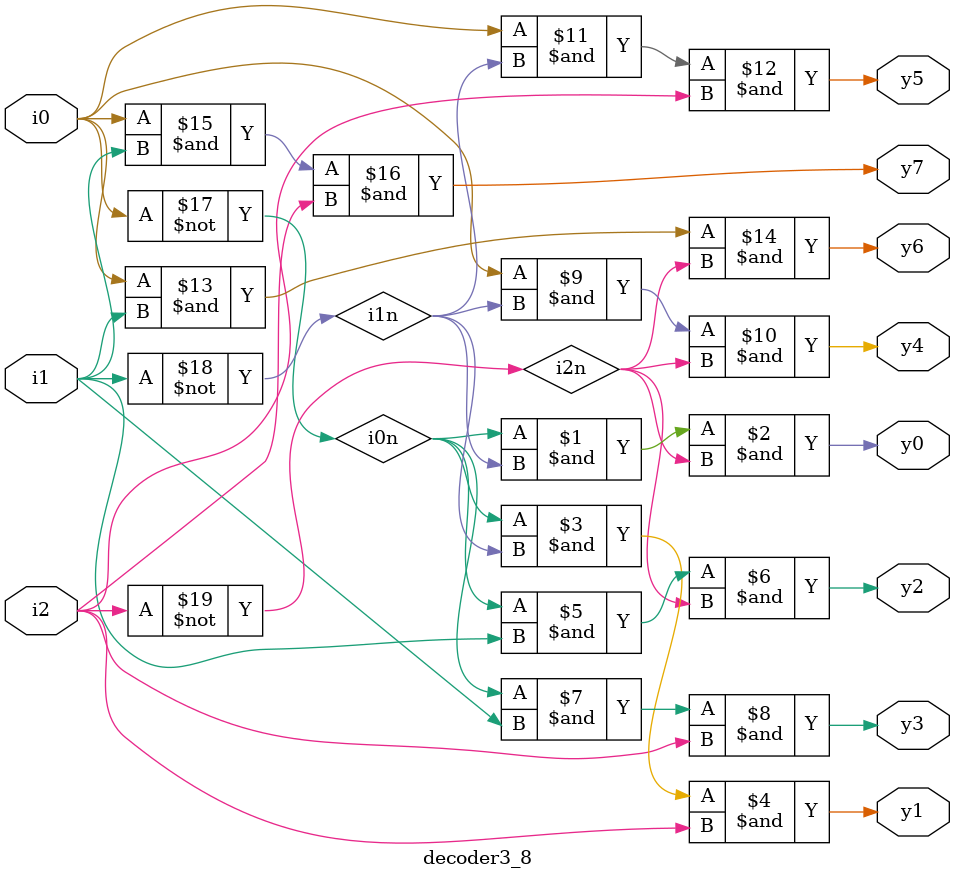
<source format=v>
`timescale 1ns / 1ps


module decoder3_8(y0, y1, y2, y3, y4, y5, y6, y7, i0, i1, i2);
input i0;
input i1;
input i2;
output y0;
output y1;
output y2;
output y3;
output y4;
output y5;
output y6;
output y7;

not(i0n,i0);
not(i1n,i1);
not(i2n,i2);
and(y0,i0n,i1n,i2n);
and(y1,i0n,i1n,i2);
and(y2,i0n,i1,i2n);
and(y3,i0n,i1,i2);
and(y4,i0,i1n,i2n);
and(y5,i0,i1n,i2);
and(y6,i0,i1,i2n);
and(y7,i0,i1,i2);

    
endmodule



</source>
